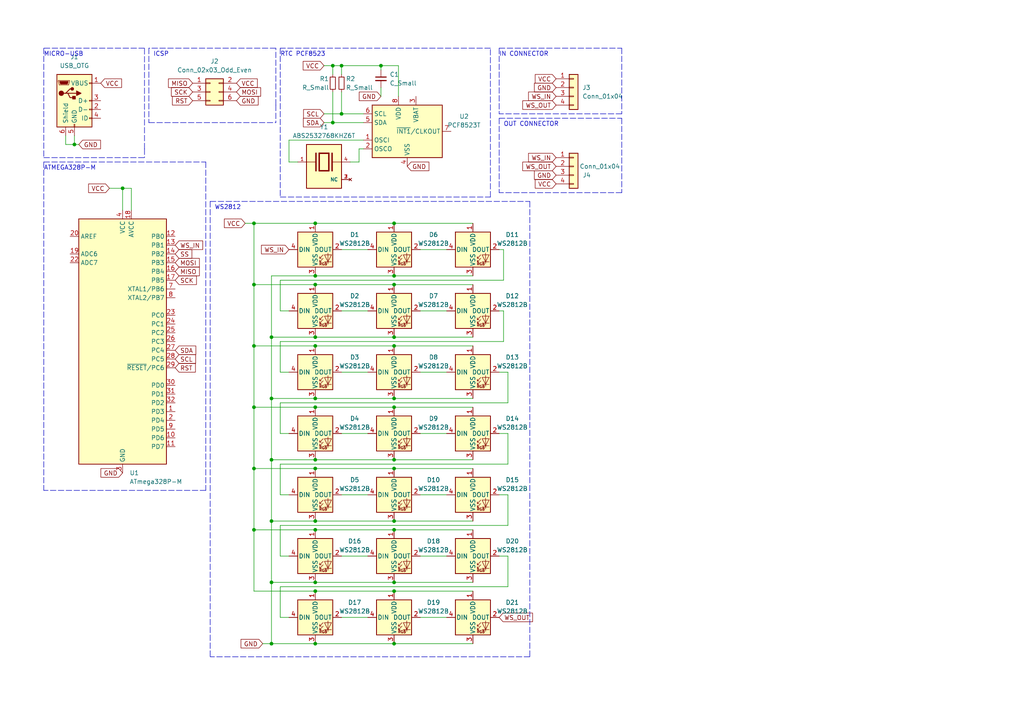
<source format=kicad_sch>
(kicad_sch (version 20211123) (generator eeschema)
  (paper "A4")
  (lib_symbols
    (symbol "ABS2532768KHZ6T:ABS2532768KHZ6T" (pin_names (offset 1.016))
      (property "Reference" "Y" (at -5.0878 6.3559 0))
      (property "Value" "ABS2532768KHZ6T" (at -5.0944 -10.16 0))
      (symbol "ABS2532768KHZ6T_0_0"
        (rectangle (start -5.08 -7.62) (end 5.08 5.08) (stroke (width 0.254)) (fill (type background)))
        (polyline (pts (xy -5.08 0) (xy -2.54 0)) (stroke (width 0.1524)))
        (polyline (pts (xy -2.3368 2.54) (xy -2.3368 -2.54)) (stroke (width 0.4064)))
        (polyline (pts (xy -1.397 2.54) (xy -1.397 -2.54)) (stroke (width 0.4064)))
        (polyline (pts (xy -1.397 2.54) (xy 1.397 2.54)) (stroke (width 0.4064)))
        (polyline (pts (xy 1.397 -2.54) (xy -1.397 -2.54)) (stroke (width 0.4064)))
        (polyline (pts (xy 1.397 2.54) (xy 1.397 -2.54)) (stroke (width 0.4064)))
        (polyline (pts (xy 2.3368 2.54) (xy 2.3368 -2.54)) (stroke (width 0.4064)))
        (polyline (pts (xy 2.54 0) (xy 5.08 0)) (stroke (width 0.1524)))
        (pin passive line (at -7.62 0 0) (length 2.54) (name "~") (number "1"))
        (pin no_connect line (at 7.62 -5.08 180) (length 2.54) (name "NC") (number "2"))
        (pin no_connect line (at 7.62 -5.08 180) (length 2.54) (name "NC") (number "3"))
        (pin passive line (at 7.62 0 180) (length 2.54) (name "~") (number "4"))
      )
    )
    (symbol "Connector:USB_OTG" (pin_names (offset 1.016))
      (property "Reference" "J" (at -5.08 11.43 0))
      (property "Value" "USB_OTG" (at -5.08 8.89 0))
      (symbol "USB_OTG_0_1"
        (rectangle (start -5.08 -7.62) (end 5.08 7.62) (stroke (width 0.254)) (fill (type background)))
        (circle (center -3.81 2.159) (radius 0.635) (stroke (width 0.254)) (fill (type outline)))
        (circle (center -0.635 3.429) (radius 0.381) (stroke (width 0.254)) (fill (type outline)))
        (rectangle (start -0.127 -7.62) (end 0.127 -6.858))
        (polyline (pts (xy -1.905 2.159) (xy 0.635 2.159)) (stroke (width 0.254)))
        (polyline (pts (xy -3.175 2.159) (xy -2.54 2.159) (xy -1.27 3.429) (xy -0.635 3.429)) (stroke (width 0.254)))
        (polyline (pts (xy -2.54 2.159) (xy -1.905 2.159) (xy -1.27 0.889) (xy 0 0.889)) (stroke (width 0.254)))
        (polyline (pts (xy 0.635 2.794) (xy 0.635 1.524) (xy 1.905 2.159) (xy 0.635 2.794)) (stroke (width 0.254)) (fill (type outline)))
        (polyline (pts (xy -4.318 5.588) (xy -1.778 5.588) (xy -2.032 4.826) (xy -4.064 4.826) (xy -4.318 5.588)) (fill (type outline)))
        (polyline (pts (xy -4.699 5.842) (xy -4.699 5.588) (xy -4.445 4.826) (xy -4.445 4.572) (xy -1.651 4.572) (xy -1.651 4.826) (xy -1.397 5.588) (xy -1.397 5.842) (xy -4.699 5.842)))
        (rectangle (start 0.254 1.27) (end -0.508 0.508) (stroke (width 0.254)) (fill (type outline)))
        (rectangle (start 5.08 -5.207) (end 4.318 -4.953))
        (rectangle (start 5.08 -2.667) (end 4.318 -2.413))
        (rectangle (start 5.08 -0.127) (end 4.318 0.127))
        (rectangle (start 5.08 4.953) (end 4.318 5.207))
      )
      (symbol "USB_OTG_1_1"
        (pin passive line (at 7.62 5.08 180) (length 2.54) (name "VBUS") (number "1"))
        (pin bidirectional line (at 7.62 -2.54 180) (length 2.54) (name "D-") (number "2"))
        (pin bidirectional line (at 7.62 0 180) (length 2.54) (name "D+") (number "3"))
        (pin passive line (at 7.62 -5.08 180) (length 2.54) (name "ID") (number "4"))
        (pin passive line (at 0 -10.16 90) (length 2.54) (name "GND") (number "5"))
        (pin passive line (at -2.54 -10.16 90) (length 2.54) (name "Shield") (number "6"))
      )
    )
    (symbol "Connector_Generic:Conn_01x04" (pin_names (offset 1.016) hide)
      (property "Reference" "J" (at 0 5.08 0))
      (property "Value" "Conn_01x04" (at 0 -7.62 0))
      (symbol "Conn_01x04_1_1"
        (rectangle (start -1.27 -4.953) (end 0 -5.207) (stroke (width 0.1524)))
        (rectangle (start -1.27 -2.413) (end 0 -2.667) (stroke (width 0.1524)))
        (rectangle (start -1.27 0.127) (end 0 -0.127) (stroke (width 0.1524)))
        (rectangle (start -1.27 2.667) (end 0 2.413) (stroke (width 0.1524)))
        (rectangle (start -1.27 3.81) (end 1.27 -6.35) (stroke (width 0.254)) (fill (type background)))
        (pin passive line (at -5.08 2.54 0) (length 3.81) (name "Pin_1") (number "1"))
        (pin passive line (at -5.08 0 0) (length 3.81) (name "Pin_2") (number "2"))
        (pin passive line (at -5.08 -2.54 0) (length 3.81) (name "Pin_3") (number "3"))
        (pin passive line (at -5.08 -5.08 0) (length 3.81) (name "Pin_4") (number "4"))
      )
    )
    (symbol "Connector_Generic:Conn_02x03_Odd_Even" (pin_names (offset 1.016) hide)
      (property "Reference" "J" (at 1.27 5.08 0))
      (property "Value" "Conn_02x03_Odd_Even" (at 1.27 -5.08 0))
      (symbol "Conn_02x03_Odd_Even_1_1"
        (rectangle (start -1.27 -2.413) (end 0 -2.667) (stroke (width 0.1524)))
        (rectangle (start -1.27 0.127) (end 0 -0.127) (stroke (width 0.1524)))
        (rectangle (start -1.27 2.667) (end 0 2.413) (stroke (width 0.1524)))
        (rectangle (start -1.27 3.81) (end 3.81 -3.81) (stroke (width 0.254)) (fill (type background)))
        (rectangle (start 3.81 -2.413) (end 2.54 -2.667) (stroke (width 0.1524)))
        (rectangle (start 3.81 0.127) (end 2.54 -0.127) (stroke (width 0.1524)))
        (rectangle (start 3.81 2.667) (end 2.54 2.413) (stroke (width 0.1524)))
        (pin passive line (at -5.08 2.54 0) (length 3.81) (name "Pin_1") (number "1"))
        (pin passive line (at 7.62 2.54 180) (length 3.81) (name "Pin_2") (number "2"))
        (pin passive line (at -5.08 0 0) (length 3.81) (name "Pin_3") (number "3"))
        (pin passive line (at 7.62 0 180) (length 3.81) (name "Pin_4") (number "4"))
        (pin passive line (at -5.08 -2.54 0) (length 3.81) (name "Pin_5") (number "5"))
        (pin passive line (at 7.62 -2.54 180) (length 3.81) (name "Pin_6") (number "6"))
      )
    )
    (symbol "Device:C_Small" (pin_numbers hide) (pin_names (offset 0.254) hide)
      (property "Reference" "C" (at 0.254 1.778 0))
      (property "Value" "C_Small" (at 0.254 -2.032 0))
      (symbol "C_Small_0_1"
        (polyline (pts (xy -1.524 -0.508) (xy 1.524 -0.508)) (stroke (width 0.3302)))
        (polyline (pts (xy -1.524 0.508) (xy 1.524 0.508)) (stroke (width 0.3048)))
      )
      (symbol "C_Small_1_1"
        (pin passive line (at 0 2.54 270) (length 2.032) (name "~") (number "1"))
        (pin passive line (at 0 -2.54 90) (length 2.032) (name "~") (number "2"))
      )
    )
    (symbol "Device:R_Small" (pin_numbers hide) (pin_names (offset 0.254) hide)
      (property "Reference" "R" (at 0.762 0.508 0))
      (property "Value" "R_Small" (at 0.762 -1.016 0))
      (symbol "R_Small_0_1"
        (rectangle (start -0.762 1.778) (end 0.762 -1.778) (stroke (width 0.2032)))
      )
      (symbol "R_Small_1_1"
        (pin passive line (at 0 2.54 270) (length 0.762) (name "~") (number "1"))
        (pin passive line (at 0 -2.54 90) (length 0.762) (name "~") (number "2"))
      )
    )
    (symbol "LED:WS2812B" (pin_names (offset 0.254))
      (property "Reference" "D" (at 5.08 5.715 0))
      (property "Value" "WS2812B" (at 1.27 -5.715 0))
      (symbol "WS2812B_0_0"
        (text "RGB" (at 2.286 -4.191 0) (effects (font (size 0.762 0.762))))
      )
      (symbol "WS2812B_0_1"
        (polyline (pts (xy 1.27 -3.556) (xy 1.778 -3.556)))
        (polyline (pts (xy 1.27 -2.54) (xy 1.778 -2.54)))
        (polyline (pts (xy 4.699 -3.556) (xy 2.667 -3.556)))
        (polyline (pts (xy 2.286 -2.54) (xy 1.27 -3.556) (xy 1.27 -3.048)))
        (polyline (pts (xy 2.286 -1.524) (xy 1.27 -2.54) (xy 1.27 -2.032)))
        (polyline (pts (xy 3.683 -1.016) (xy 3.683 -3.556) (xy 3.683 -4.064)))
        (polyline (pts (xy 4.699 -1.524) (xy 2.667 -1.524) (xy 3.683 -3.556) (xy 4.699 -1.524)))
        (rectangle (start 5.08 5.08) (end -5.08 -5.08) (stroke (width 0.254)) (fill (type background)))
      )
      (symbol "WS2812B_1_1"
        (pin power_in line (at 0 7.62 270) (length 2.54) (name "VDD") (number "1"))
        (pin output line (at 7.62 0 180) (length 2.54) (name "DOUT") (number "2"))
        (pin power_in line (at 0 -7.62 90) (length 2.54) (name "VSS") (number "3"))
        (pin input line (at -7.62 0 0) (length 2.54) (name "DIN") (number "4"))
      )
    )
    (symbol "MCU_Microchip_ATmega:ATmega328P-M"
      (property "Reference" "U" (at -12.7 36.83 0))
      (property "Value" "ATmega328P-M" (at 2.54 -36.83 0))
      (symbol "ATmega328P-M_0_1"
        (rectangle (start -12.7 -35.56) (end 12.7 35.56) (stroke (width 0.254)) (fill (type background)))
      )
      (symbol "ATmega328P-M_1_1"
        (pin bidirectional line (at 15.24 -20.32 180) (length 2.54) (name "PD3") (number "1"))
        (pin bidirectional line (at 15.24 -27.94 180) (length 2.54) (name "PD6") (number "10"))
        (pin bidirectional line (at 15.24 -30.48 180) (length 2.54) (name "PD7") (number "11"))
        (pin bidirectional line (at 15.24 30.48 180) (length 2.54) (name "PB0") (number "12"))
        (pin bidirectional line (at 15.24 27.94 180) (length 2.54) (name "PB1") (number "13"))
        (pin bidirectional line (at 15.24 25.4 180) (length 2.54) (name "PB2") (number "14"))
        (pin bidirectional line (at 15.24 22.86 180) (length 2.54) (name "PB3") (number "15"))
        (pin bidirectional line (at 15.24 20.32 180) (length 2.54) (name "PB4") (number "16"))
        (pin bidirectional line (at 15.24 17.78 180) (length 2.54) (name "PB5") (number "17"))
        (pin power_in line (at 2.54 38.1 270) (length 2.54) (name "AVCC") (number "18"))
        (pin input line (at -15.24 25.4 0) (length 2.54) (name "ADC6") (number "19"))
        (pin bidirectional line (at 15.24 -22.86 180) (length 2.54) (name "PD4") (number "2"))
        (pin passive line (at -15.24 30.48 0) (length 2.54) (name "AREF") (number "20"))
        (pin passive line (at 0 -38.1 90) (length 2.54) hide (name "GND") (number "21"))
        (pin input line (at -15.24 22.86 0) (length 2.54) (name "ADC7") (number "22"))
        (pin bidirectional line (at 15.24 7.62 180) (length 2.54) (name "PC0") (number "23"))
        (pin bidirectional line (at 15.24 5.08 180) (length 2.54) (name "PC1") (number "24"))
        (pin bidirectional line (at 15.24 2.54 180) (length 2.54) (name "PC2") (number "25"))
        (pin bidirectional line (at 15.24 0 180) (length 2.54) (name "PC3") (number "26"))
        (pin bidirectional line (at 15.24 -2.54 180) (length 2.54) (name "PC4") (number "27"))
        (pin bidirectional line (at 15.24 -5.08 180) (length 2.54) (name "PC5") (number "28"))
        (pin bidirectional line (at 15.24 -7.62 180) (length 2.54) (name "~{RESET}/PC6") (number "29"))
        (pin power_in line (at 0 -38.1 90) (length 2.54) (name "GND") (number "3"))
        (pin bidirectional line (at 15.24 -12.7 180) (length 2.54) (name "PD0") (number "30"))
        (pin bidirectional line (at 15.24 -15.24 180) (length 2.54) (name "PD1") (number "31"))
        (pin bidirectional line (at 15.24 -17.78 180) (length 2.54) (name "PD2") (number "32"))
        (pin passive line (at 0 -38.1 90) (length 2.54) hide (name "GND") (number "33"))
        (pin power_in line (at 0 38.1 270) (length 2.54) (name "VCC") (number "4"))
        (pin passive line (at 0 -38.1 90) (length 2.54) hide (name "GND") (number "5"))
        (pin passive line (at 0 38.1 270) (length 2.54) hide (name "VCC") (number "6"))
        (pin bidirectional line (at 15.24 15.24 180) (length 2.54) (name "XTAL1/PB6") (number "7"))
        (pin bidirectional line (at 15.24 12.7 180) (length 2.54) (name "XTAL2/PB7") (number "8"))
        (pin bidirectional line (at 15.24 -25.4 180) (length 2.54) (name "PD5") (number "9"))
      )
    )
    (symbol "Timer_RTC:PCF8523T"
      (property "Reference" "U" (at -10.16 8.89 0))
      (property "Value" "PCF8523T" (at 3.81 8.89 0))
      (symbol "PCF8523T_0_1"
        (rectangle (start -10.16 7.62) (end 10.16 -7.62) (stroke (width 0.254)) (fill (type background)))
      )
      (symbol "PCF8523T_1_1"
        (pin input line (at -12.7 -2.54 0) (length 2.54) (name "OSCI") (number "1"))
        (pin output line (at -12.7 -5.08 0) (length 2.54) (name "OSCO") (number "2"))
        (pin power_in line (at 2.54 10.16 270) (length 2.54) (name "VBAT") (number "3"))
        (pin power_in line (at 0 -10.16 90) (length 2.54) (name "VSS") (number "4"))
        (pin bidirectional line (at -12.7 2.54 0) (length 2.54) (name "SDA") (number "5"))
        (pin input line (at -12.7 5.08 0) (length 2.54) (name "SCL") (number "6"))
        (pin open_collector line (at 12.7 0 180) (length 2.54) (name "~{INT1}/CLKOUT") (number "7"))
        (pin power_in line (at -2.54 10.16 270) (length 2.54) (name "VDD") (number "8"))
      )
    )
  )
  (junction (at 91.44 133.35))
  (junction (at 78.74 97.79))
  (junction (at 91.44 186.69))
  (junction (at 114.3 97.79))
  (junction (at 114.3 171.45))
  (junction (at 91.44 135.89))
  (junction (at 114.3 186.69))
  (junction (at 91.44 64.77))
  (junction (at 114.3 82.55))
  (junction (at 91.44 100.33))
  (junction (at 91.44 118.11))
  (junction (at 35.56 54.61))
  (junction (at 91.44 153.67))
  (junction (at 78.74 151.13))
  (junction (at 91.44 171.45))
  (junction (at 114.3 135.89))
  (junction (at 114.3 118.11))
  (junction (at 91.44 80.01))
  (junction (at 91.44 168.91))
  (junction (at 114.3 133.35))
  (junction (at 99.06 19.05))
  (junction (at 114.3 153.67))
  (junction (at 114.3 100.33))
  (junction (at 91.44 151.13))
  (junction (at 73.66 64.77))
  (junction (at 73.66 100.33))
  (junction (at 114.3 80.01))
  (junction (at 21.59 41.91))
  (junction (at 96.52 35.56))
  (junction (at 73.66 118.11))
  (junction (at 91.44 115.57))
  (junction (at 114.3 115.57))
  (junction (at 110.49 19.05))
  (junction (at 78.74 168.91))
  (junction (at 114.3 151.13))
  (junction (at 73.66 153.67))
  (junction (at 99.06 33.02))
  (junction (at 78.74 186.69))
  (junction (at 114.3 168.91))
  (junction (at 73.66 135.89))
  (junction (at 78.74 133.35))
  (junction (at 114.3 64.77))
  (junction (at 91.44 97.79))
  (junction (at 73.66 82.55))
  (junction (at 78.74 115.57))
  (junction (at 96.52 19.05))
  (junction (at 91.44 82.55))
  (polyline (pts (xy 142.24 57.15) (xy 142.24 13.97)))
  (wire (pts (xy 144.78 90.17) (xy 146.05 90.17)))
  (wire (pts (xy 19.05 39.37) (xy 19.05 41.91)))
  (polyline (pts (xy 81.28 57.15) (xy 142.24 57.15)))
  (wire (pts (xy 99.06 179.07) (xy 106.68 179.07)))
  (wire (pts (xy 91.44 115.57) (xy 114.3 115.57)))
  (wire (pts (xy 114.3 168.91) (xy 137.16 168.91)))
  (polyline (pts (xy 144.78 34.29) (xy 144.78 55.88)))
  (wire (pts (xy 114.3 64.77) (xy 137.16 64.77)))
  (wire (pts (xy 78.74 97.79) (xy 78.74 115.57)))
  (wire (pts (xy 147.32 107.95) (xy 147.32 116.84)))
  (wire (pts (xy 110.49 27.94) (xy 110.49 25.4)))
  (wire (pts (xy 96.52 26.67) (xy 96.52 35.56)))
  (wire (pts (xy 99.06 72.39) (xy 106.68 72.39)))
  (wire (pts (xy 104.14 43.18) (xy 105.41 43.18)))
  (wire (pts (xy 147.32 152.4) (xy 81.28 152.4)))
  (wire (pts (xy 147.32 125.73) (xy 147.32 134.62)))
  (wire (pts (xy 91.44 64.77) (xy 114.3 64.77)))
  (wire (pts (xy 114.3 80.01) (xy 137.16 80.01)))
  (wire (pts (xy 114.3 186.69) (xy 137.16 186.69)))
  (wire (pts (xy 114.3 100.33) (xy 137.16 100.33)))
  (wire (pts (xy 121.92 161.29) (xy 129.54 161.29)))
  (wire (pts (xy 146.05 72.39) (xy 146.05 81.28)))
  (wire (pts (xy 73.66 135.89) (xy 73.66 118.11)))
  (wire (pts (xy 121.92 125.73) (xy 129.54 125.73)))
  (wire (pts (xy 91.44 153.67) (xy 114.3 153.67)))
  (wire (pts (xy 21.59 39.37) (xy 21.59 41.91)))
  (wire (pts (xy 73.66 100.33) (xy 73.66 82.55)))
  (wire (pts (xy 121.92 90.17) (xy 129.54 90.17)))
  (wire (pts (xy 115.57 19.05) (xy 110.49 19.05)))
  (wire (pts (xy 99.06 161.29) (xy 106.68 161.29)))
  (polyline (pts (xy 12.7 13.97) (xy 12.7 45.72)))
  (wire (pts (xy 86.36 46.99) (xy 83.82 46.99)))
  (polyline (pts (xy 12.7 46.99) (xy 12.7 142.24)))
  (wire (pts (xy 91.44 100.33) (xy 114.3 100.33)))
  (wire (pts (xy 146.05 81.28) (xy 81.28 81.28)))
  (wire (pts (xy 91.44 168.91) (xy 114.3 168.91)))
  (wire (pts (xy 114.3 97.79) (xy 137.16 97.79)))
  (wire (pts (xy 81.28 125.73) (xy 83.82 125.73)))
  (wire (pts (xy 81.28 107.95) (xy 83.82 107.95)))
  (wire (pts (xy 21.59 41.91) (xy 22.86 41.91)))
  (wire (pts (xy 81.28 161.29) (xy 83.82 161.29)))
  (wire (pts (xy 91.44 151.13) (xy 114.3 151.13)))
  (wire (pts (xy 91.44 82.55) (xy 114.3 82.55)))
  (wire (pts (xy 73.66 100.33) (xy 73.66 118.11)))
  (wire (pts (xy 121.92 72.39) (xy 129.54 72.39)))
  (wire (pts (xy 91.44 153.67) (xy 73.66 153.67)))
  (wire (pts (xy 78.74 186.69) (xy 91.44 186.69)))
  (polyline (pts (xy 144.78 34.29) (xy 180.34 34.29)))
  (wire (pts (xy 78.74 115.57) (xy 78.74 133.35)))
  (polyline (pts (xy 180.34 33.02) (xy 144.78 33.02)))
  (wire (pts (xy 144.78 72.39) (xy 146.05 72.39)))
  (wire (pts (xy 121.92 143.51) (xy 129.54 143.51)))
  (wire (pts (xy 147.32 134.62) (xy 81.28 134.62)))
  (polyline (pts (xy 60.96 58.42) (xy 60.96 190.5)))
  (wire (pts (xy 31.75 54.61) (xy 35.56 54.61)))
  (polyline (pts (xy 43.18 13.97) (xy 43.18 35.56)))
  (wire (pts (xy 91.44 186.69) (xy 114.3 186.69)))
  (wire (pts (xy 93.98 35.56) (xy 96.52 35.56)))
  (polyline (pts (xy 60.96 58.42) (xy 153.67 58.42)))
  (wire (pts (xy 78.74 151.13) (xy 78.74 168.91)))
  (wire (pts (xy 91.44 97.79) (xy 114.3 97.79)))
  (wire (pts (xy 81.28 170.18) (xy 81.28 179.07)))
  (wire (pts (xy 110.49 19.05) (xy 110.49 20.32)))
  (polyline (pts (xy 43.18 35.56) (xy 80.01 35.56)))
  (wire (pts (xy 35.56 54.61) (xy 35.56 60.96)))
  (wire (pts (xy 96.52 35.56) (xy 105.41 35.56)))
  (wire (pts (xy 99.06 90.17) (xy 106.68 90.17)))
  (wire (pts (xy 73.66 64.77) (xy 91.44 64.77)))
  (polyline (pts (xy 12.7 45.72) (xy 41.91 45.72)))
  (wire (pts (xy 99.06 21.59) (xy 99.06 19.05)))
  (polyline (pts (xy 144.78 13.97) (xy 144.78 33.02)))
  (wire (pts (xy 93.98 33.02) (xy 99.06 33.02)))
  (wire (pts (xy 147.32 143.51) (xy 147.32 152.4)))
  (wire (pts (xy 73.66 64.77) (xy 73.66 82.55)))
  (wire (pts (xy 146.05 90.17) (xy 146.05 99.06)))
  (wire (pts (xy 78.74 151.13) (xy 91.44 151.13)))
  (wire (pts (xy 114.3 133.35) (xy 137.16 133.35)))
  (wire (pts (xy 76.2 186.69) (xy 78.74 186.69)))
  (wire (pts (xy 78.74 168.91) (xy 91.44 168.91)))
  (polyline (pts (xy 41.91 13.97) (xy 12.7 13.97)))
  (polyline (pts (xy 144.78 13.97) (xy 180.34 13.97)))
  (wire (pts (xy 147.32 170.18) (xy 81.28 170.18)))
  (polyline (pts (xy 153.67 58.42) (xy 153.67 190.5)))
  (polyline (pts (xy 180.34 13.97) (xy 180.34 33.02)))
  (polyline (pts (xy 142.24 13.97) (xy 81.28 13.97)))
  (wire (pts (xy 144.78 161.29) (xy 147.32 161.29)))
  (wire (pts (xy 78.74 80.01) (xy 78.74 97.79)))
  (polyline (pts (xy 41.91 43.18) (xy 41.91 13.97)))
  (wire (pts (xy 101.6 46.99) (xy 104.14 46.99)))
  (wire (pts (xy 73.66 82.55) (xy 91.44 82.55)))
  (wire (pts (xy 146.05 99.06) (xy 81.28 99.06)))
  (wire (pts (xy 147.32 161.29) (xy 147.32 170.18)))
  (wire (pts (xy 91.44 80.01) (xy 114.3 80.01)))
  (polyline (pts (xy 80.01 30.48) (xy 80.01 35.56)))
  (wire (pts (xy 71.12 64.77) (xy 73.66 64.77)))
  (wire (pts (xy 81.28 81.28) (xy 81.28 90.17)))
  (wire (pts (xy 114.3 153.67) (xy 137.16 153.67)))
  (wire (pts (xy 147.32 116.84) (xy 81.28 116.84)))
  (wire (pts (xy 38.1 54.61) (xy 35.56 54.61)))
  (wire (pts (xy 91.44 118.11) (xy 114.3 118.11)))
  (polyline (pts (xy 153.67 190.5) (xy 60.96 190.5)))
  (wire (pts (xy 78.74 115.57) (xy 91.44 115.57)))
  (polyline (pts (xy 81.28 13.97) (xy 81.28 57.15)))
  (wire (pts (xy 144.78 125.73) (xy 147.32 125.73)))
  (polyline (pts (xy 59.69 142.24) (xy 12.7 142.24)))
  (wire (pts (xy 83.82 40.64) (xy 105.41 40.64)))
  (wire (pts (xy 114.3 151.13) (xy 137.16 151.13)))
  (wire (pts (xy 114.3 171.45) (xy 137.16 171.45)))
  (wire (pts (xy 121.92 107.95) (xy 129.54 107.95)))
  (wire (pts (xy 144.78 143.51) (xy 147.32 143.51)))
  (polyline (pts (xy 59.69 46.99) (xy 59.69 142.24)))
  (wire (pts (xy 115.57 27.94) (xy 115.57 19.05)))
  (wire (pts (xy 81.28 179.07) (xy 83.82 179.07)))
  (wire (pts (xy 104.14 46.99) (xy 104.14 43.18)))
  (wire (pts (xy 81.28 90.17) (xy 83.82 90.17)))
  (wire (pts (xy 73.66 153.67) (xy 73.66 135.89)))
  (wire (pts (xy 114.3 118.11) (xy 137.16 118.11)))
  (wire (pts (xy 81.28 134.62) (xy 81.28 143.51)))
  (wire (pts (xy 73.66 171.45) (xy 73.66 153.67)))
  (wire (pts (xy 96.52 21.59) (xy 96.52 19.05)))
  (wire (pts (xy 110.49 19.05) (xy 99.06 19.05)))
  (wire (pts (xy 38.1 60.96) (xy 38.1 54.61)))
  (wire (pts (xy 78.74 80.01) (xy 91.44 80.01)))
  (wire (pts (xy 19.05 41.91) (xy 21.59 41.91)))
  (wire (pts (xy 96.52 19.05) (xy 93.98 19.05)))
  (polyline (pts (xy 180.34 34.29) (xy 180.34 55.88)))
  (wire (pts (xy 91.44 135.89) (xy 73.66 135.89)))
  (wire (pts (xy 91.44 135.89) (xy 114.3 135.89)))
  (wire (pts (xy 91.44 171.45) (xy 114.3 171.45)))
  (wire (pts (xy 99.06 19.05) (xy 96.52 19.05)))
  (wire (pts (xy 99.06 107.95) (xy 106.68 107.95)))
  (wire (pts (xy 81.28 116.84) (xy 81.28 125.73)))
  (wire (pts (xy 91.44 171.45) (xy 73.66 171.45)))
  (wire (pts (xy 78.74 133.35) (xy 91.44 133.35)))
  (wire (pts (xy 81.28 152.4) (xy 81.28 161.29)))
  (polyline (pts (xy 80.01 13.97) (xy 43.18 13.97)))
  (wire (pts (xy 91.44 133.35) (xy 114.3 133.35)))
  (wire (pts (xy 81.28 99.06) (xy 81.28 107.95)))
  (polyline (pts (xy 41.91 43.18) (xy 41.91 45.72)))
  (wire (pts (xy 114.3 135.89) (xy 137.16 135.89)))
  (wire (pts (xy 121.92 179.07) (xy 129.54 179.07)))
  (wire (pts (xy 78.74 97.79) (xy 91.44 97.79)))
  (polyline (pts (xy 180.34 55.88) (xy 144.78 55.88)))
  (wire (pts (xy 78.74 133.35) (xy 78.74 151.13)))
  (wire (pts (xy 81.28 143.51) (xy 83.82 143.51)))
  (wire (pts (xy 114.3 115.57) (xy 137.16 115.57)))
  (polyline (pts (xy 80.01 30.48) (xy 80.01 13.97)))
  (wire (pts (xy 99.06 33.02) (xy 105.41 33.02)))
  (wire (pts (xy 99.06 125.73) (xy 106.68 125.73)))
  (wire (pts (xy 99.06 26.67) (xy 99.06 33.02)))
  (wire (pts (xy 73.66 118.11) (xy 91.44 118.11)))
  (wire (pts (xy 114.3 82.55) (xy 137.16 82.55)))
  (wire (pts (xy 144.78 107.95) (xy 147.32 107.95)))
  (wire (pts (xy 91.44 100.33) (xy 73.66 100.33)))
  (wire (pts (xy 78.74 168.91) (xy 78.74 186.69)))
  (polyline (pts (xy 12.7 46.99) (xy 59.69 46.99)))
  (wire (pts (xy 99.06 143.51) (xy 106.68 143.51)))
  (wire (pts (xy 83.82 46.99) (xy 83.82 40.64)))
  (text "IN CONNECTOR" (at 144.78 16.51 0) (effects (font (size 1.27 1.27)) (justify left bottom)))
  (text "OUT CONNECTOR" (at 146.05 36.83 0) (effects (font (size 1.27 1.27)) (justify left bottom)))
  (text "RTC PCF8523" (at 81.28 16.51 0) (effects (font (size 1.27 1.27)) (justify left bottom)))
  (text "ATMEGA328P-M" (at 12.7 49.53 0) (effects (font (size 1.27 1.27)) (justify left bottom)))
  (text "WS2812\n" (at 62.23 60.96 0) (effects (font (size 1.27 1.27)) (justify left bottom)))
  (text "MICRO-USB\n" (at 12.7 16.51 0) (effects (font (size 1.27 1.27)) (justify left bottom)))
  (text "ICSP" (at 44.45 16.51 0) (effects (font (size 1.27 1.27)) (justify left bottom)))
  (global_label "SDA" (shape input) (at 93.98 35.56 180) (property "Intersheet References" "${INTERSHEET_REFS}" (effects hide)))
  (global_label "MISO" (shape input) (at 55.88 24.13 180) (property "Intersheet References" "${INTERSHEET_REFS}" (effects hide)))
  (global_label "WS_IN" (shape input) (at 50.8 71.12 0) (property "Intersheet References" "${INTERSHEET_REFS}" (effects hide)))
  (global_label "MOSI" (shape input) (at 68.58 26.67 0) (property "Intersheet References" "${INTERSHEET_REFS}" (effects hide)))
  (global_label "VCC" (shape input) (at 161.29 53.34 180) (property "Intersheet References" "${INTERSHEET_REFS}" (effects hide)))
  (global_label "SCL" (shape input) (at 50.8 104.14 0) (property "Intersheet References" "${INTERSHEET_REFS}" (effects hide)))
  (global_label "VCC" (shape input) (at 161.29 22.86 180) (property "Intersheet References" "${INTERSHEET_REFS}" (effects hide)))
  (global_label "VCC" (shape input) (at 68.58 24.13 0) (property "Intersheet References" "${INTERSHEET_REFS}" (effects hide)))
  (global_label "SS" (shape input) (at 50.8 73.66 0) (property "Intersheet References" "${INTERSHEET_REFS}" (effects hide)))
  (global_label "GND" (shape input) (at 110.49 27.94 180) (property "Intersheet References" "${INTERSHEET_REFS}" (effects hide)))
  (global_label "VCC" (shape input) (at 71.12 64.77 180) (property "Intersheet References" "${INTERSHEET_REFS}" (effects hide)))
  (global_label "GND" (shape input) (at 68.58 29.21 0) (property "Intersheet References" "${INTERSHEET_REFS}" (effects hide)))
  (global_label "VCC" (shape input) (at 31.75 54.61 180) (property "Intersheet References" "${INTERSHEET_REFS}" (effects hide)))
  (global_label "VCC" (shape input) (at 29.21 24.13 0) (property "Intersheet References" "${INTERSHEET_REFS}" (effects hide)))
  (global_label "RST" (shape input) (at 55.88 29.21 180) (property "Intersheet References" "${INTERSHEET_REFS}" (effects hide)))
  (global_label "WS_IN" (shape input) (at 161.29 45.72 180) (property "Intersheet References" "${INTERSHEET_REFS}" (effects hide)))
  (global_label "GND" (shape input) (at 76.2 186.69 180) (property "Intersheet References" "${INTERSHEET_REFS}" (effects hide)))
  (global_label "WS_IN" (shape input) (at 161.29 27.94 180) (property "Intersheet References" "${INTERSHEET_REFS}" (effects hide)))
  (global_label "SDA" (shape input) (at 50.8 101.6 0) (property "Intersheet References" "${INTERSHEET_REFS}" (effects hide)))
  (global_label "WS_OUT" (shape input) (at 161.29 48.26 180) (property "Intersheet References" "${INTERSHEET_REFS}" (effects hide)))
  (global_label "GND" (shape input) (at 161.29 25.4 180) (property "Intersheet References" "${INTERSHEET_REFS}" (effects hide)))
  (global_label "MOSI" (shape input) (at 50.8 76.2 0) (property "Intersheet References" "${INTERSHEET_REFS}" (effects hide)))
  (global_label "MISO" (shape input) (at 50.8 78.74 0) (property "Intersheet References" "${INTERSHEET_REFS}" (effects hide)))
  (global_label "GND" (shape input) (at 22.86 41.91 0) (property "Intersheet References" "${INTERSHEET_REFS}" (effects hide)))
  (global_label "GND" (shape input) (at 35.56 137.16 180) (property "Intersheet References" "${INTERSHEET_REFS}" (effects hide)))
  (global_label "WS_OUT" (shape input) (at 161.29 30.48 180) (property "Intersheet References" "${INTERSHEET_REFS}" (effects hide)))
  (global_label "VCC" (shape input) (at 93.98 19.05 180) (property "Intersheet References" "${INTERSHEET_REFS}" (effects hide)))
  (global_label "RST" (shape input) (at 50.8 106.68 0) (property "Intersheet References" "${INTERSHEET_REFS}" (effects hide)))
  (global_label "WS_OUT" (shape input) (at 144.78 179.07 0) (property "Intersheet References" "${INTERSHEET_REFS}" (effects hide)))
  (global_label "GND" (shape input) (at 161.29 50.8 180) (property "Intersheet References" "${INTERSHEET_REFS}" (effects hide)))
  (global_label "SCL" (shape input) (at 93.98 33.02 180) (property "Intersheet References" "${INTERSHEET_REFS}" (effects hide)))
  (global_label "WS_IN" (shape input) (at 83.82 72.39 180) (property "Intersheet References" "${INTERSHEET_REFS}" (effects hide)))
  (global_label "SCK" (shape input) (at 50.8 81.28 0) (property "Intersheet References" "${INTERSHEET_REFS}" (effects hide)))
  (global_label "GND" (shape input) (at 118.11 48.26 0) (property "Intersheet References" "${INTERSHEET_REFS}" (effects hide)))
  (global_label "SCK" (shape input) (at 55.88 26.67 180) (property "Intersheet References" "${INTERSHEET_REFS}" (effects hide)))
  (symbol (lib_id "LED:WS2812B") (at 91.44 179.07 0) (unit 1)
    (property "Reference" "D17" (at 102.87 174.7393 0))
    (property "Value" "WS2812B" (at 102.87 177.2793 0))
    (property "Footprint" "LED_SMD:LED_WS2812B_PLCC4_5.0x5.0mm_P3.2mm" (effects hide))
    (property "Datasheet" "https://cdn-shop.adafruit.com/datasheets/WS2812B.pdf" (effects hide))
  )
  (symbol (lib_id "LED:WS2812B") (at 137.16 143.51 0) (unit 1)
    (property "Reference" "D15" (at 148.59 139.1793 0))
    (property "Value" "WS2812B" (at 148.59 141.7193 0))
    (property "Footprint" "LED_SMD:LED_WS2812B_PLCC4_5.0x5.0mm_P3.2mm" (effects hide))
    (property "Datasheet" "https://cdn-shop.adafruit.com/datasheets/WS2812B.pdf" (effects hide))
  )
  (symbol (lib_id "LED:WS2812B") (at 114.3 90.17 0) (unit 1)
    (property "Reference" "D7" (at 125.73 85.8393 0))
    (property "Value" "WS2812B" (at 125.73 88.3793 0))
    (property "Footprint" "LED_SMD:LED_WS2812B_PLCC4_5.0x5.0mm_P3.2mm" (effects hide))
    (property "Datasheet" "https://cdn-shop.adafruit.com/datasheets/WS2812B.pdf" (effects hide))
  )
  (symbol (lib_id "LED:WS2812B") (at 114.3 72.39 0) (unit 1)
    (property "Reference" "D6" (at 125.73 68.0593 0))
    (property "Value" "WS2812B" (at 125.73 70.5993 0))
    (property "Footprint" "LED_SMD:LED_WS2812B_PLCC4_5.0x5.0mm_P3.2mm" (effects hide))
    (property "Datasheet" "https://cdn-shop.adafruit.com/datasheets/WS2812B.pdf" (effects hide))
  )
  (symbol (lib_id "LED:WS2812B") (at 91.44 161.29 0) (unit 1)
    (property "Reference" "D16" (at 102.87 156.9593 0))
    (property "Value" "WS2812B" (at 102.87 159.4993 0))
    (property "Footprint" "LED_SMD:LED_WS2812B_PLCC4_5.0x5.0mm_P3.2mm" (effects hide))
    (property "Datasheet" "https://cdn-shop.adafruit.com/datasheets/WS2812B.pdf" (effects hide))
  )
  (symbol (lib_id "LED:WS2812B") (at 114.3 143.51 0) (unit 1)
    (property "Reference" "D10" (at 125.73 139.1793 0))
    (property "Value" "WS2812B" (at 125.73 141.7193 0))
    (property "Footprint" "LED_SMD:LED_WS2812B_PLCC4_5.0x5.0mm_P3.2mm" (effects hide))
    (property "Datasheet" "https://cdn-shop.adafruit.com/datasheets/WS2812B.pdf" (effects hide))
  )
  (symbol (lib_id "LED:WS2812B") (at 137.16 72.39 0) (unit 1)
    (property "Reference" "D11" (at 148.59 68.0593 0))
    (property "Value" "WS2812B" (at 148.59 70.5993 0))
    (property "Footprint" "LED_SMD:LED_WS2812B_PLCC4_5.0x5.0mm_P3.2mm" (effects hide))
    (property "Datasheet" "https://cdn-shop.adafruit.com/datasheets/WS2812B.pdf" (effects hide))
  )
  (symbol (lib_id "ABS2532768KHZ6T:ABS2532768KHZ6T") (at 93.98 46.99 0) (unit 1)
    (property "Reference" "Y1" (at 93.98 36.83 0))
    (property "Value" "ABS2532768KHZ6T" (at 93.98 39.37 0))
    (property "Footprint" "Crystal:Crystal_SMD_Abracon_ABS25-4Pin_8.0x3.8mm" (effects hide))
    (property "STANDARD" "Manufacturer Recommendations" (effects hide))
    (property "MANUFACTURER" "Abracon" (effects hide))
    (property "MAXIMUM_PACKAGE_HEIGHT" "2.6 mm" (effects hide))
    (property "PARTREV" "43738" (effects hide))
  )
  (symbol (lib_id "LED:WS2812B") (at 137.16 179.07 0) (unit 1)
    (property "Reference" "D21" (at 148.59 174.7393 0))
    (property "Value" "WS2812B" (at 148.59 177.2793 0))
    (property "Footprint" "LED_SMD:LED_WS2812B_PLCC4_5.0x5.0mm_P3.2mm" (effects hide))
    (property "Datasheet" "https://cdn-shop.adafruit.com/datasheets/WS2812B.pdf" (effects hide))
  )
  (symbol (lib_id "LED:WS2812B") (at 114.3 161.29 0) (unit 1)
    (property "Reference" "D18" (at 125.73 156.9593 0))
    (property "Value" "WS2812B" (at 125.73 159.4993 0))
    (property "Footprint" "LED_SMD:LED_WS2812B_PLCC4_5.0x5.0mm_P3.2mm" (effects hide))
    (property "Datasheet" "https://cdn-shop.adafruit.com/datasheets/WS2812B.pdf" (effects hide))
  )
  (symbol (lib_id "LED:WS2812B") (at 137.16 107.95 0) (unit 1)
    (property "Reference" "D13" (at 148.59 103.6193 0))
    (property "Value" "WS2812B" (at 148.59 106.1593 0))
    (property "Footprint" "LED_SMD:LED_WS2812B_PLCC4_5.0x5.0mm_P3.2mm" (effects hide))
    (property "Datasheet" "https://cdn-shop.adafruit.com/datasheets/WS2812B.pdf" (effects hide))
  )
  (symbol (lib_id "LED:WS2812B") (at 114.3 107.95 0) (unit 1)
    (property "Reference" "D8" (at 125.73 103.6193 0))
    (property "Value" "WS2812B" (at 125.73 106.1593 0))
    (property "Footprint" "LED_SMD:LED_WS2812B_PLCC4_5.0x5.0mm_P3.2mm" (effects hide))
    (property "Datasheet" "https://cdn-shop.adafruit.com/datasheets/WS2812B.pdf" (effects hide))
  )
  (symbol (lib_id "LED:WS2812B") (at 137.16 161.29 0) (unit 1)
    (property "Reference" "D20" (at 148.59 156.9593 0))
    (property "Value" "WS2812B" (at 148.59 159.4993 0))
    (property "Footprint" "LED_SMD:LED_WS2812B_PLCC4_5.0x5.0mm_P3.2mm" (effects hide))
    (property "Datasheet" "https://cdn-shop.adafruit.com/datasheets/WS2812B.pdf" (effects hide))
  )
  (symbol (lib_id "Connector_Generic:Conn_02x03_Odd_Even") (at 60.96 26.67 0) (unit 1)
    (property "Reference" "J2" (at 62.23 17.78 0))
    (property "Value" "Conn_02x03_Odd_Even" (at 62.23 20.32 0))
    (property "Footprint" "Connector_PinHeader_2.54mm:PinHeader_2x03_P2.54mm_Vertical" (effects hide))
  )
  (symbol (lib_id "LED:WS2812B") (at 137.16 90.17 0) (unit 1)
    (property "Reference" "D12" (at 148.59 85.8393 0))
    (property "Value" "WS2812B" (at 148.59 88.3793 0))
    (property "Footprint" "LED_SMD:LED_WS2812B_PLCC4_5.0x5.0mm_P3.2mm" (effects hide))
    (property "Datasheet" "https://cdn-shop.adafruit.com/datasheets/WS2812B.pdf" (effects hide))
  )
  (symbol (lib_id "LED:WS2812B") (at 91.44 72.39 0) (unit 1)
    (property "Reference" "D1" (at 102.87 68.0593 0))
    (property "Value" "WS2812B" (at 102.87 70.5993 0))
    (property "Footprint" "LED_SMD:LED_WS2812B_PLCC4_5.0x5.0mm_P3.2mm" (effects hide))
    (property "Datasheet" "https://cdn-shop.adafruit.com/datasheets/WS2812B.pdf" (effects hide))
  )
  (symbol (lib_id "LED:WS2812B") (at 91.44 90.17 0) (unit 1)
    (property "Reference" "D2" (at 102.87 85.8393 0))
    (property "Value" "WS2812B" (at 102.87 88.3793 0))
    (property "Footprint" "LED_SMD:LED_WS2812B_PLCC4_5.0x5.0mm_P3.2mm" (effects hide))
    (property "Datasheet" "https://cdn-shop.adafruit.com/datasheets/WS2812B.pdf" (effects hide))
  )
  (symbol (lib_id "LED:WS2812B") (at 114.3 179.07 0) (unit 1)
    (property "Reference" "D19" (at 125.73 174.7393 0))
    (property "Value" "WS2812B" (at 125.73 177.2793 0))
    (property "Footprint" "LED_SMD:LED_WS2812B_PLCC4_5.0x5.0mm_P3.2mm" (effects hide))
    (property "Datasheet" "https://cdn-shop.adafruit.com/datasheets/WS2812B.pdf" (effects hide))
  )
  (symbol (lib_id "LED:WS2812B") (at 137.16 125.73 0) (unit 1)
    (property "Reference" "D14" (at 148.59 121.3993 0))
    (property "Value" "WS2812B" (at 148.59 123.9393 0))
    (property "Footprint" "LED_SMD:LED_WS2812B_PLCC4_5.0x5.0mm_P3.2mm" (effects hide))
    (property "Datasheet" "https://cdn-shop.adafruit.com/datasheets/WS2812B.pdf" (effects hide))
  )
  (symbol (lib_id "LED:WS2812B") (at 91.44 125.73 0) (unit 1)
    (property "Reference" "D4" (at 102.87 121.3993 0))
    (property "Value" "WS2812B" (at 102.87 123.9393 0))
    (property "Footprint" "LED_SMD:LED_WS2812B_PLCC4_5.0x5.0mm_P3.2mm" (effects hide))
    (property "Datasheet" "https://cdn-shop.adafruit.com/datasheets/WS2812B.pdf" (effects hide))
  )
  (symbol (lib_id "Connector_Generic:Conn_01x04") (at 166.37 25.4 0) (unit 1)
    (property "Reference" "J3" (at 168.91 25.3999 0) (effects (justify left)))
    (property "Value" "Conn_01x04" (at 168.91 27.9399 0) (effects (justify left)))
    (property "Footprint" "Connector_JST:JST_SH_SM04B-SRSS-TB_1x04-1MP_P1.00mm_Horizontal" (effects hide))
  )
  (symbol (lib_id "Device:R_Small") (at 96.52 24.13 0) (unit 1)
    (property "Reference" "R1" (at 92.71 22.86 0) (effects (justify left)))
    (property "Value" "R_Small" (at 87.63 25.4 0) (effects (justify left)))
    (property "Footprint" "Resistor_SMD:R_0603_1608Metric" (effects hide))
  )
  (symbol (lib_id "LED:WS2812B") (at 91.44 143.51 0) (unit 1)
    (property "Reference" "D5" (at 102.87 139.1793 0))
    (property "Value" "WS2812B" (at 102.87 141.7193 0))
    (property "Footprint" "LED_SMD:LED_WS2812B_PLCC4_5.0x5.0mm_P3.2mm" (effects hide))
    (property "Datasheet" "https://cdn-shop.adafruit.com/datasheets/WS2812B.pdf" (effects hide))
  )
  (symbol (lib_id "Connector_Generic:Conn_01x04") (at 166.37 48.26 0) (unit 1)
    (property "Reference" "J4" (at 170.18 50.8 0))
    (property "Value" "Conn_01x04" (at 173.99 48.26 0))
    (property "Footprint" "Connector_JST:JST_SH_SM04B-SRSS-TB_1x04-1MP_P1.00mm_Horizontal" (effects hide))
  )
  (symbol (lib_id "Timer_RTC:PCF8523T") (at 118.11 38.1 0) (unit 1)
    (property "Reference" "U2" (at 134.62 33.7693 0))
    (property "Value" "PCF8523T" (at 134.62 36.3093 0))
    (property "Footprint" "Package_SO:SOIC-8_3.9x4.9mm_P1.27mm" (effects hide))
    (property "Datasheet" "https://www.nxp.com/docs/en/data-sheet/PCF8523.pdf" (effects hide))
  )
  (symbol (lib_id "Device:C_Small") (at 110.49 22.86 0) (unit 1)
    (property "Reference" "C1" (at 113.03 21.5962 0) (effects (justify left)))
    (property "Value" "C_Small" (at 113.03 24.1362 0) (effects (justify left)))
    (property "Footprint" "Capacitor_SMD:C_0603_1608Metric" (effects hide))
  )
  (symbol (lib_id "Device:R_Small") (at 99.06 24.13 0) (unit 1)
    (property "Reference" "R2" (at 100.33 22.86 0) (effects (justify left)))
    (property "Value" "R_Small" (at 100.33 25.4 0) (effects (justify left)))
    (property "Footprint" "Resistor_SMD:R_0603_1608Metric" (effects hide))
  )
  (symbol (lib_id "LED:WS2812B") (at 114.3 125.73 0) (unit 1)
    (property "Reference" "D9" (at 125.73 121.3993 0))
    (property "Value" "WS2812B" (at 125.73 123.9393 0))
    (property "Footprint" "LED_SMD:LED_WS2812B_PLCC4_5.0x5.0mm_P3.2mm" (effects hide))
    (property "Datasheet" "https://cdn-shop.adafruit.com/datasheets/WS2812B.pdf" (effects hide))
  )
  (symbol (lib_id "Connector:USB_OTG") (at 21.59 29.21 0) (unit 1)
    (property "Reference" "J1" (at 21.59 16.51 0))
    (property "Value" "USB_OTG" (at 21.59 19.05 0))
    (property "Footprint" "Connector_USB:USB_Micro-B_Molex-105017-0001" (effects hide))
    (property "Datasheet" " ~" (effects hide))
  )
  (symbol (lib_id "MCU_Microchip_ATmega:ATmega328P-M") (at 35.56 99.06 0) (unit 1)
    (property "Reference" "U1" (at 37.5794 137.16 0) (effects (justify left)))
    (property "Value" "ATmega328P-M" (at 37.5794 139.7 0) (effects (justify left)))
    (property "Footprint" "Package_QFP:TQFP-32_7x7mm_P0.8mm" (effects hide))
    (property "Datasheet" "http://ww1.microchip.com/downloads/en/DeviceDoc/ATmega328_P%20AVR%20MCU%20with%20picoPower%20Technology%20Data%20Sheet%2040001984A.pdf" (effects hide))
  )
  (symbol (lib_id "LED:WS2812B") (at 91.44 107.95 0) (unit 1)
    (property "Reference" "D3" (at 102.87 103.6193 0))
    (property "Value" "WS2812B" (at 102.87 106.1593 0))
    (property "Footprint" "LED_SMD:LED_WS2812B_PLCC4_5.0x5.0mm_P3.2mm" (effects hide))
    (property "Datasheet" "https://cdn-shop.adafruit.com/datasheets/WS2812B.pdf" (effects hide))
  )
)
</source>
